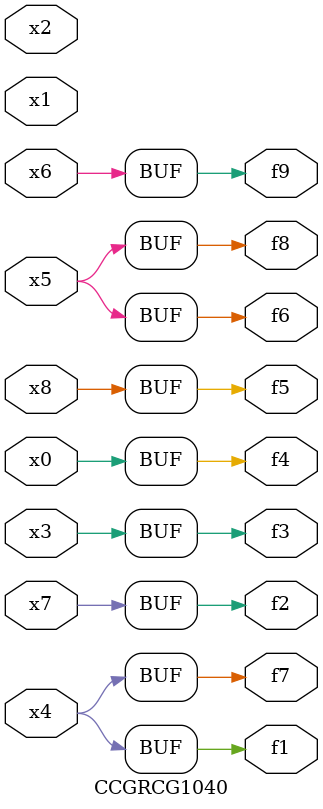
<source format=v>
module CCGRCG1040(
	input x0, x1, x2, x3, x4, x5, x6, x7, x8,
	output f1, f2, f3, f4, f5, f6, f7, f8, f9
);
	assign f1 = x4;
	assign f2 = x7;
	assign f3 = x3;
	assign f4 = x0;
	assign f5 = x8;
	assign f6 = x5;
	assign f7 = x4;
	assign f8 = x5;
	assign f9 = x6;
endmodule

</source>
